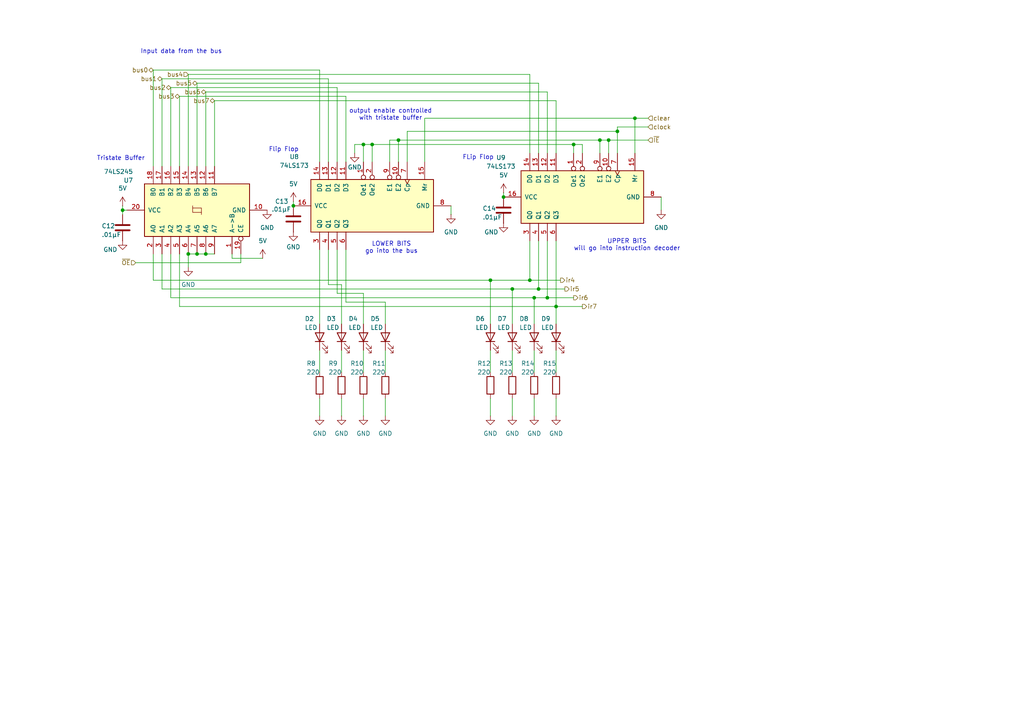
<source format=kicad_sch>
(kicad_sch (version 20231120) (generator "eeschema") (generator_version "8.0")
  (paper "A4")
  (lib_symbols
    (symbol "74xx:74LS173" (pin_names (offset 1.016))
      (property "Reference" "U" (at -7.62 19.05 0))
      (property "Value" "74LS173" (at -7.62 -19.05 0))
      (symbol "74LS173_1_0"
        (pin input inverted (at -12.7 2.54 0) (length 5.08) (name "Oe1") (number "1"))
        (pin input inverted (at -12.7 -7.62 0) (length 5.08) (name "E2") (number "10"))
        (pin input line (at -12.7 7.62 0) (length 5.08) (name "D3") (number "11"))
        (pin input line (at -12.7 10.16 0) (length 5.08) (name "D2") (number "12"))
        (pin input line (at -12.7 12.7 0) (length 5.08) (name "D1") (number "13"))
        (pin input line (at -12.7 15.24 0) (length 5.08) (name "D0") (number "14"))
        (pin input line (at -12.7 -15.24 0) (length 5.08) (name "Mr") (number "15"))
        (pin power_in line (at 0 22.86 270) (length 5.08) (name "VCC") (number "16"))
        (pin input inverted (at -12.7 0 0) (length 5.08) (name "Oe2") (number "2"))
        (pin tri_state line (at 12.7 15.24 180) (length 5.08) (name "Q0") (number "3"))
        (pin tri_state line (at 12.7 12.7 180) (length 5.08) (name "Q1") (number "4"))
        (pin tri_state line (at 12.7 10.16 180) (length 5.08) (name "Q2") (number "5"))
        (pin tri_state line (at 12.7 7.62 180) (length 5.08) (name "Q3") (number "6"))
        (pin input clock (at -12.7 -10.16 0) (length 5.08) (name "Cp") (number "7"))
        (pin power_in line (at 0 -22.86 90) (length 5.08) (name "GND") (number "8"))
        (pin input inverted (at -12.7 -5.08 0) (length 5.08) (name "E1") (number "9"))
      )
      (symbol "74LS173_1_1"
        (rectangle (start -7.62 17.78) (end 7.62 -17.78) (stroke (width 0.254)) (fill (type background)))
      )
    )
    (symbol "74xx:74LS245" (pin_names (offset 1.016))
      (property "Reference" "U" (at -7.62 16.51 0))
      (property "Value" "74LS245" (at -7.62 -16.51 0))
      (symbol "74LS245_1_0"
        (polyline (pts (xy -0.635 -1.27) (xy -0.635 1.27) (xy 0.635 1.27)))
        (polyline (pts (xy -1.27 -1.27) (xy 0.635 -1.27) (xy 0.635 1.27) (xy 1.27 1.27)))
        (pin input line (at -12.7 -10.16 0) (length 5.08) (name "A->B") (number "1"))
        (pin power_in line (at 0 -20.32 90) (length 5.08) (name "GND") (number "10"))
        (pin tri_state line (at 12.7 -5.08 180) (length 5.08) (name "B7") (number "11"))
        (pin tri_state line (at 12.7 -2.54 180) (length 5.08) (name "B6") (number "12"))
        (pin tri_state line (at 12.7 0 180) (length 5.08) (name "B5") (number "13"))
        (pin tri_state line (at 12.7 2.54 180) (length 5.08) (name "B4") (number "14"))
        (pin tri_state line (at 12.7 5.08 180) (length 5.08) (name "B3") (number "15"))
        (pin tri_state line (at 12.7 7.62 180) (length 5.08) (name "B2") (number "16"))
        (pin tri_state line (at 12.7 10.16 180) (length 5.08) (name "B1") (number "17"))
        (pin tri_state line (at 12.7 12.7 180) (length 5.08) (name "B0") (number "18"))
        (pin input inverted (at -12.7 -12.7 0) (length 5.08) (name "CE") (number "19"))
        (pin tri_state line (at -12.7 12.7 0) (length 5.08) (name "A0") (number "2"))
        (pin power_in line (at 0 20.32 270) (length 5.08) (name "VCC") (number "20"))
        (pin tri_state line (at -12.7 10.16 0) (length 5.08) (name "A1") (number "3"))
        (pin tri_state line (at -12.7 7.62 0) (length 5.08) (name "A2") (number "4"))
        (pin tri_state line (at -12.7 5.08 0) (length 5.08) (name "A3") (number "5"))
        (pin tri_state line (at -12.7 2.54 0) (length 5.08) (name "A4") (number "6"))
        (pin tri_state line (at -12.7 0 0) (length 5.08) (name "A5") (number "7"))
        (pin tri_state line (at -12.7 -2.54 0) (length 5.08) (name "A6") (number "8"))
        (pin tri_state line (at -12.7 -5.08 0) (length 5.08) (name "A7") (number "9"))
      )
      (symbol "74LS245_1_1"
        (rectangle (start -7.62 15.24) (end 7.62 -15.24) (stroke (width 0.254)) (fill (type background)))
      )
    )
    (symbol "Device:C" (pin_numbers hide) (pin_names (offset 0.254))
      (property "Reference" "C" (at 0.635 2.54 0))
      (property "Value" "C" (at 0.635 -2.54 0))
      (symbol "C_0_1"
        (polyline (pts (xy -2.032 -0.762) (xy 2.032 -0.762)) (stroke (width 0.508)))
        (polyline (pts (xy -2.032 0.762) (xy 2.032 0.762)) (stroke (width 0.508)))
      )
      (symbol "C_1_1"
        (pin passive line (at 0 3.81 270) (length 2.794) (name "~") (number "1"))
        (pin passive line (at 0 -3.81 90) (length 2.794) (name "~") (number "2"))
      )
    )
    (symbol "Device:LED" (pin_numbers hide) (pin_names (offset 1.016) hide)
      (property "Reference" "D" (at 0 2.54 0))
      (property "Value" "LED" (at 0 -2.54 0))
      (symbol "LED_0_1"
        (polyline (pts (xy -1.27 -1.27) (xy -1.27 1.27)) (stroke (width 0.254)))
        (polyline (pts (xy -1.27 0) (xy 1.27 0)))
        (polyline (pts (xy 1.27 -1.27) (xy 1.27 1.27) (xy -1.27 0) (xy 1.27 -1.27)) (stroke (width 0.254)))
        (polyline (pts (xy -3.048 -0.762) (xy -4.572 -2.286) (xy -3.81 -2.286) (xy -4.572 -2.286) (xy -4.572 -1.524)))
        (polyline (pts (xy -1.778 -0.762) (xy -3.302 -2.286) (xy -2.54 -2.286) (xy -3.302 -2.286) (xy -3.302 -1.524)))
      )
      (symbol "LED_1_1"
        (pin passive line (at -3.81 0 0) (length 2.54) (name "K") (number "1"))
        (pin passive line (at 3.81 0 180) (length 2.54) (name "A") (number "2"))
      )
    )
    (symbol "Device:R" (pin_numbers hide) (pin_names (offset 0))
      (property "Reference" "R" (at 2.032 0 90))
      (property "Value" "R" (at 0 0 90))
      (symbol "R_0_1"
        (rectangle (start -1.016 -2.54) (end 1.016 2.54) (stroke (width 0.254)))
      )
      (symbol "R_1_1"
        (pin passive line (at 0 3.81 270) (length 1.27) (name "~") (number "1"))
        (pin passive line (at 0 -3.81 90) (length 1.27) (name "~") (number "2"))
      )
    )
    (symbol "power:GND" (power) (pin_numbers hide) (pin_names (offset 0) hide)
      (property "Value" "GND" (at 0 -3.81 0))
      (symbol "GND_0_1"
        (polyline (pts (xy 0 0) (xy 0 -1.27) (xy 1.27 -1.27) (xy 0 -2.54) (xy -1.27 -1.27) (xy 0 -1.27)))
      )
      (symbol "GND_1_1"
        (pin power_in line (at 0 0 270) (length 0) (name "~") (number "1"))
      )
    )
    (symbol "power:VCC" (power) (pin_numbers hide) (pin_names (offset 0) hide)
      (property "Value" "VCC" (at 0 3.556 0))
      (symbol "VCC_0_1"
        (polyline (pts (xy -0.762 1.27) (xy 0 2.54)))
        (polyline (pts (xy 0 0) (xy 0 2.54)))
        (polyline (pts (xy 0 2.54) (xy 0.762 1.27)))
      )
      (symbol "VCC_1_1"
        (pin power_in line (at 0 0 90) (length 0) (name "~") (number "1"))
      )
    )
  )
  (junction (at 166.37 41.91))
  (junction (at 105.41 41.91))
  (junction (at 156.21 83.82))
  (junction (at 184.15 34.29))
  (junction (at 158.75 86.36))
  (junction (at 161.29 88.9))
  (junction (at 148.59 83.82))
  (junction (at 115.57 40.64))
  (junction (at 179.07 38.1))
  (junction (at 54.61 73.66))
  (junction (at 107.95 41.91))
  (junction (at 154.94 86.36))
  (junction (at 146.05 57.15))
  (junction (at 142.24 81.28))
  (junction (at 176.53 40.64))
  (junction (at 85.09 59.69))
  (junction (at 57.15 73.66))
  (junction (at 59.69 73.66))
  (junction (at 35.56 60.96))
  (junction (at 173.99 40.64))
  (junction (at 153.67 81.28))
  (wire (pts (xy 123.19 34.29) (xy 184.15 34.29)))
  (wire (pts (xy 111.76 115.57) (xy 111.76 120.65)))
  (wire (pts (xy 54.61 21.59) (xy 54.61 48.26)))
  (wire (pts (xy 49.53 25.4) (xy 49.53 48.26)))
  (wire (pts (xy 100.33 27.94) (xy 100.33 46.99)))
  (wire (pts (xy 39.37 76.2) (xy 69.85 76.2)))
  (wire (pts (xy 113.03 46.99) (xy 113.03 40.64)))
  (wire (pts (xy 156.21 69.85) (xy 156.21 83.82)))
  (wire (pts (xy 158.75 26.67) (xy 158.75 44.45)))
  (wire (pts (xy 44.45 20.32) (xy 44.45 48.26)))
  (wire (pts (xy 173.99 40.64) (xy 176.53 40.64)))
  (wire (pts (xy 97.79 25.4) (xy 97.79 46.99)))
  (wire (pts (xy 102.87 41.91) (xy 102.87 44.45)))
  (wire (pts (xy 52.07 27.94) (xy 52.07 48.26)))
  (wire (pts (xy 67.31 74.93) (xy 67.31 73.66)))
  (wire (pts (xy 161.29 101.6) (xy 161.29 107.95)))
  (wire (pts (xy 95.25 22.86) (xy 95.25 46.99)))
  (wire (pts (xy 35.56 62.23) (xy 35.56 60.96)))
  (wire (pts (xy 92.71 20.32) (xy 92.71 46.99)))
  (wire (pts (xy 184.15 34.29) (xy 184.15 44.45)))
  (wire (pts (xy 161.29 29.21) (xy 161.29 44.45)))
  (wire (pts (xy 158.75 86.36) (xy 154.94 86.36)))
  (wire (pts (xy 49.53 25.4) (xy 97.79 25.4)))
  (wire (pts (xy 59.69 73.66) (xy 62.23 73.66)))
  (wire (pts (xy 100.33 87.63) (xy 111.76 87.63)))
  (wire (pts (xy 99.06 115.57) (xy 99.06 120.65)))
  (wire (pts (xy 85.09 58.42) (xy 85.09 59.69)))
  (wire (pts (xy 92.71 72.39) (xy 92.71 93.98)))
  (wire (pts (xy 184.15 34.29) (xy 187.96 34.29)))
  (wire (pts (xy 154.94 86.36) (xy 154.94 93.98)))
  (wire (pts (xy 158.75 86.36) (xy 166.37 86.36)))
  (wire (pts (xy 97.79 85.09) (xy 105.41 85.09)))
  (wire (pts (xy 105.41 85.09) (xy 105.41 93.98)))
  (wire (pts (xy 156.21 83.82) (xy 163.83 83.82)))
  (wire (pts (xy 154.94 86.36) (xy 49.53 86.36)))
  (wire (pts (xy 49.53 73.66) (xy 49.53 86.36)))
  (wire (pts (xy 148.59 101.6) (xy 148.59 107.95)))
  (wire (pts (xy 148.59 115.57) (xy 148.59 120.65)))
  (wire (pts (xy 105.41 41.91) (xy 107.95 41.91)))
  (wire (pts (xy 156.21 24.13) (xy 156.21 44.45)))
  (wire (pts (xy 107.95 41.91) (xy 107.95 46.99)))
  (wire (pts (xy 46.99 22.86) (xy 46.99 48.26)))
  (wire (pts (xy 153.67 81.28) (xy 142.24 81.28)))
  (wire (pts (xy 158.75 69.85) (xy 158.75 86.36)))
  (wire (pts (xy 57.15 24.13) (xy 156.21 24.13)))
  (wire (pts (xy 168.91 88.9) (xy 161.29 88.9)))
  (wire (pts (xy 107.95 41.91) (xy 166.37 41.91)))
  (wire (pts (xy 69.85 73.66) (xy 69.85 76.2)))
  (wire (pts (xy 92.71 101.6) (xy 92.71 107.95)))
  (wire (pts (xy 123.19 46.99) (xy 123.19 34.29)))
  (wire (pts (xy 52.07 27.94) (xy 100.33 27.94)))
  (wire (pts (xy 179.07 36.83) (xy 179.07 38.1)))
  (wire (pts (xy 179.07 38.1) (xy 179.07 44.45)))
  (wire (pts (xy 57.15 73.66) (xy 59.69 73.66)))
  (wire (pts (xy 161.29 69.85) (xy 161.29 88.9)))
  (wire (pts (xy 115.57 46.99) (xy 115.57 40.64)))
  (wire (pts (xy 35.56 60.96) (xy 36.83 60.96)))
  (wire (pts (xy 142.24 115.57) (xy 142.24 120.65)))
  (wire (pts (xy 153.67 69.85) (xy 153.67 81.28)))
  (wire (pts (xy 148.59 83.82) (xy 156.21 83.82)))
  (wire (pts (xy 148.59 83.82) (xy 148.59 93.98)))
  (wire (pts (xy 118.11 38.1) (xy 179.07 38.1)))
  (wire (pts (xy 46.99 73.66) (xy 46.99 83.82)))
  (wire (pts (xy 46.99 22.86) (xy 95.25 22.86)))
  (wire (pts (xy 111.76 87.63) (xy 111.76 93.98)))
  (wire (pts (xy 54.61 73.66) (xy 57.15 73.66)))
  (wire (pts (xy 99.06 82.55) (xy 99.06 93.98)))
  (wire (pts (xy 161.29 88.9) (xy 161.29 93.98)))
  (wire (pts (xy 179.07 36.83) (xy 187.96 36.83)))
  (wire (pts (xy 161.29 115.57) (xy 161.29 120.65)))
  (wire (pts (xy 115.57 40.64) (xy 173.99 40.64)))
  (wire (pts (xy 118.11 46.99) (xy 118.11 38.1)))
  (wire (pts (xy 59.69 26.67) (xy 59.69 48.26)))
  (wire (pts (xy 168.91 41.91) (xy 168.91 44.45)))
  (wire (pts (xy 52.07 88.9) (xy 161.29 88.9)))
  (wire (pts (xy 142.24 81.28) (xy 142.24 93.98)))
  (wire (pts (xy 105.41 41.91) (xy 105.41 46.99)))
  (wire (pts (xy 142.24 101.6) (xy 142.24 107.95)))
  (wire (pts (xy 105.41 115.57) (xy 105.41 120.65)))
  (wire (pts (xy 99.06 101.6) (xy 99.06 107.95)))
  (wire (pts (xy 46.99 83.82) (xy 148.59 83.82)))
  (wire (pts (xy 76.2 74.93) (xy 67.31 74.93)))
  (wire (pts (xy 111.76 101.6) (xy 111.76 107.95)))
  (wire (pts (xy 54.61 21.59) (xy 153.67 21.59)))
  (wire (pts (xy 166.37 41.91) (xy 168.91 41.91)))
  (wire (pts (xy 153.67 81.28) (xy 162.56 81.28)))
  (wire (pts (xy 95.25 72.39) (xy 95.25 82.55)))
  (wire (pts (xy 154.94 115.57) (xy 154.94 120.65)))
  (wire (pts (xy 166.37 41.91) (xy 166.37 44.45)))
  (wire (pts (xy 102.87 41.91) (xy 105.41 41.91)))
  (wire (pts (xy 100.33 72.39) (xy 100.33 87.63)))
  (wire (pts (xy 54.61 73.66) (xy 54.61 77.47)))
  (wire (pts (xy 44.45 20.32) (xy 92.71 20.32)))
  (wire (pts (xy 62.23 29.21) (xy 62.23 48.26)))
  (wire (pts (xy 62.23 29.21) (xy 161.29 29.21)))
  (wire (pts (xy 52.07 73.66) (xy 52.07 88.9)))
  (wire (pts (xy 173.99 40.64) (xy 173.99 44.45)))
  (wire (pts (xy 92.71 115.57) (xy 92.71 120.65)))
  (wire (pts (xy 176.53 40.64) (xy 176.53 44.45)))
  (wire (pts (xy 113.03 40.64) (xy 115.57 40.64)))
  (wire (pts (xy 153.67 21.59) (xy 153.67 44.45)))
  (wire (pts (xy 191.77 60.96) (xy 191.77 57.15)))
  (wire (pts (xy 59.69 26.67) (xy 158.75 26.67)))
  (wire (pts (xy 105.41 101.6) (xy 105.41 107.95)))
  (wire (pts (xy 57.15 24.13) (xy 57.15 48.26)))
  (wire (pts (xy 97.79 72.39) (xy 97.79 85.09)))
  (wire (pts (xy 44.45 73.66) (xy 44.45 81.28)))
  (wire (pts (xy 130.81 59.69) (xy 130.81 62.23)))
  (wire (pts (xy 146.05 55.88) (xy 146.05 57.15)))
  (wire (pts (xy 176.53 40.64) (xy 187.96 40.64)))
  (wire (pts (xy 35.56 59.69) (xy 35.56 60.96)))
  (wire (pts (xy 99.06 82.55) (xy 95.25 82.55)))
  (wire (pts (xy 154.94 101.6) (xy 154.94 107.95)))
  (wire (pts (xy 142.24 81.28) (xy 44.45 81.28)))
  (text "UPPER BITS\nwill go into instruction decoder" (at 181.864 71.12 0) (effects (font (size 1.27 1.27))))
  (text "Flip Flop" (at 82.296 43.434 0) (effects (font (size 1.27 1.27))))
  (text "FLip Flop" (at 138.684 45.72 0) (effects (font (size 1.27 1.27))))
  (text "output enable controlled\nwith tristate buffer" (at 113.284 33.274 0) (effects (font (size 1.27 1.27))))
  (text "LOWER BITS\ngo into the bus" (at 113.538 71.882 0) (effects (font (size 1.27 1.27))))
  (text "Input data from the bus" (at 52.578 14.986 0) (effects (font (size 1.27 1.27))))
  (text "Tristate Buffer" (at 35.052 45.974 0) (effects (font (size 1.27 1.27))))
  (hierarchical_label "~{IE}" (shape input) (at 187.96 40.64 0))
  (hierarchical_label "ir6" (shape output) (at 166.37 86.36 0))
  (hierarchical_label "bus3" (shape bidirectional) (at 52.07 27.94 180))
  (hierarchical_label "bus0" (shape bidirectional) (at 44.45 20.32 180))
  (hierarchical_label "ir7" (shape output) (at 168.91 88.9 0))
  (hierarchical_label "bus7" (shape bidirectional) (at 62.23 29.21 180))
  (hierarchical_label "clock" (shape input) (at 187.96 36.83 0))
  (hierarchical_label "bus1" (shape bidirectional) (at 46.99 22.86 180))
  (hierarchical_label "~{OE}" (shape input) (at 39.37 76.2 180))
  (hierarchical_label "bus4" (shape input) (at 54.61 21.59 180))
  (hierarchical_label "bus5" (shape bidirectional) (at 57.15 24.13 180))
  (hierarchical_label "bus6" (shape bidirectional) (at 59.69 26.67 180))
  (hierarchical_label "ir5" (shape output) (at 163.83 83.82 0))
  (hierarchical_label "ir4" (shape output) (at 162.56 81.28 0))
  (hierarchical_label "bus2" (shape bidirectional) (at 49.53 25.4 180))
  (hierarchical_label "clear" (shape input) (at 187.96 34.29 0))
  (symbol (lib_id "power:GND") (at 105.41 120.65 0) (unit 1) (exclude_from_sim yes)
    (property "Reference" "#PWR0107" (effects (hide yes)))
    (property "Value" "GND" (at 105.41 125.73 0))
    (property "Description" "Power symbol creates a global label with name \"GND\" , ground" (effects (hide yes)))
  )
  (symbol (lib_id "74xx:74LS245") (at 57.15 60.96 90) (unit 1)
    (property "Reference" "U7" (at 38.608 52.324 90) (effects (justify left)))
    (property "Value" "74LS245" (at 38.608 49.784 90) (effects (justify left)))
    (property "Footprint" "Package_DIP:DIP-20_W7.62mm" (effects (hide yes)))
    (property "Datasheet" "http://www.ti.com/lit/gpn/sn74LS245" (effects (hide yes)))
    (property "Description" "Octal BUS Transceivers, 3-State outputs" (effects (hide yes)))
  )
  (symbol (lib_id "Device:LED") (at 148.59 97.79 90) (unit 1)
    (property "Reference" "D7" (at 144.272 92.456 90) (effects (justify right)))
    (property "Value" "LED" (at 144.272 94.996 90) (effects (justify right)))
    (property "Footprint" "LED_THT:LED_D5.0mm" (effects (hide yes)))
    (property "Description" "Light emitting diode" (effects (hide yes)))
  )
  (symbol (lib_id "Device:LED") (at 99.06 97.79 90) (unit 1)
    (property "Reference" "D3" (at 94.742 92.456 90) (effects (justify right)))
    (property "Value" "LED" (at 94.742 94.996 90) (effects (justify right)))
    (property "Footprint" "LED_THT:LED_D5.0mm" (effects (hide yes)))
    (property "Description" "Light emitting diode" (effects (hide yes)))
  )
  (symbol (lib_id "power:VCC") (at 35.56 59.69 0) (unit 1) (exclude_from_sim yes)
    (property "Reference" "#PWR0112" (effects (hide yes)))
    (property "Value" "5V" (at 35.56 54.61 0))
    (property "Description" "Power symbol creates a global label with name \"VCC\"" (effects (hide yes)))
  )
  (symbol (lib_id "Device:LED") (at 142.24 97.79 90) (unit 1)
    (property "Reference" "D6" (at 137.922 92.456 90) (effects (justify right)))
    (property "Value" "LED" (at 137.922 94.996 90) (effects (justify right)))
    (property "Footprint" "LED_THT:LED_D5.0mm" (effects (hide yes)))
    (property "Description" "Light emitting diode" (effects (hide yes)))
  )
  (symbol (lib_id "Device:LED") (at 105.41 97.79 90) (unit 1)
    (property "Reference" "D4" (at 101.092 92.456 90) (effects (justify right)))
    (property "Value" "LED" (at 101.092 94.996 90) (effects (justify right)))
    (property "Footprint" "LED_THT:LED_D5.0mm" (effects (hide yes)))
    (property "Description" "Light emitting diode" (effects (hide yes)))
  )
  (symbol (lib_id "power:GND") (at 161.29 120.65 0) (unit 1) (exclude_from_sim yes)
    (property "Reference" "#PWR0103" (effects (hide yes)))
    (property "Value" "GND" (at 161.29 125.73 0))
    (property "Description" "Power symbol creates a global label with name \"GND\" , ground" (effects (hide yes)))
  )
  (symbol (lib_id "power:GND") (at 142.24 120.65 0) (unit 1) (exclude_from_sim yes)
    (property "Reference" "#PWR0101" (effects (hide yes)))
    (property "Value" "GND" (at 142.24 125.73 0))
    (property "Description" "Power symbol creates a global label with name \"GND\" , ground" (effects (hide yes)))
  )
  (symbol (lib_id "Device:R") (at 148.59 111.76 0) (unit 1)
    (property "Reference" "R13" (at 144.78 105.41 0) (effects (justify left)))
    (property "Value" "220" (at 144.78 107.95 0) (effects (justify left)))
    (property "Footprint" "Resistor_THT:R_Axial_DIN0207_L6.3mm_D2.5mm_P5.08mm_Vertical" (effects (hide yes)))
    (property "Description" "Resistor" (effects (hide yes)))
  )
  (symbol (lib_id "Device:R") (at 111.76 111.76 0) (unit 1)
    (property "Reference" "R11" (at 107.95 105.41 0) (effects (justify left)))
    (property "Value" "220" (at 107.95 107.95 0) (effects (justify left)))
    (property "Footprint" "Resistor_THT:R_Axial_DIN0207_L6.3mm_D2.5mm_P5.08mm_Vertical" (effects (hide yes)))
    (property "Description" "Resistor" (effects (hide yes)))
  )
  (symbol (lib_id "power:VCC") (at 76.2 74.93 0) (unit 1) (exclude_from_sim yes)
    (property "Reference" "#PWR0111" (effects (hide yes)))
    (property "Value" "5V" (at 76.2 69.85 0))
    (property "Description" "Power symbol creates a global label with name \"VCC\"" (effects (hide yes)))
  )
  (symbol (lib_id "Device:R") (at 161.29 111.76 0) (unit 1)
    (property "Reference" "R15" (at 157.48 105.41 0) (effects (justify left)))
    (property "Value" "220" (at 157.48 107.95 0) (effects (justify left)))
    (property "Footprint" "Resistor_THT:R_Axial_DIN0207_L6.3mm_D2.5mm_P5.08mm_Vertical" (effects (hide yes)))
    (property "Description" "Resistor" (effects (hide yes)))
  )
  (symbol (lib_id "Device:C") (at 35.56 66.04 180) (unit 1)
    (property "Reference" "C12" (at 29.464 65.532 0) (effects (justify right)))
    (property "Value" ".01µF" (at 29.464 68.072 0) (effects (justify right)))
    (property "Footprint" "Capacitor_THT:C_Disc_D5.0mm_W2.5mm_P2.50mm" (effects (hide yes)))
    (property "Description" "Unpolarized capacitor" (effects (hide yes)))
  )
  (symbol (lib_id "power:GND") (at 35.56 69.85 0) (unit 1) (exclude_from_sim yes)
    (property "Reference" "#PWR0113" (effects (hide yes)))
    (property "Value" "GND" (at 32.004 72.39 0))
    (property "Description" "Power symbol creates a global label with name \"GND\" , ground" (effects (hide yes)))
  )
  (symbol (lib_id "power:GND") (at 148.59 120.65 0) (unit 1) (exclude_from_sim yes)
    (property "Reference" "#PWR0102" (effects (hide yes)))
    (property "Value" "GND" (at 148.59 125.73 0))
    (property "Description" "Power symbol creates a global label with name \"GND\" , ground" (effects (hide yes)))
  )
  (symbol (lib_id "Device:R") (at 105.41 111.76 0) (unit 1)
    (property "Reference" "R10" (at 101.6 105.41 0) (effects (justify left)))
    (property "Value" "220" (at 101.6 107.95 0) (effects (justify left)))
    (property "Footprint" "Resistor_THT:R_Axial_DIN0207_L6.3mm_D2.5mm_P5.08mm_Vertical" (effects (hide yes)))
    (property "Description" "Resistor" (effects (hide yes)))
  )
  (symbol (lib_id "Device:C") (at 85.09 63.5 180) (unit 1)
    (property "Reference" "C13" (at 79.756 58.42 0) (effects (justify right)))
    (property "Value" ".01µF" (at 78.74 60.706 0) (effects (justify right)))
    (property "Footprint" "Capacitor_THT:C_Disc_D5.0mm_W2.5mm_P2.50mm" (effects (hide yes)))
    (property "Description" "Unpolarized capacitor" (effects (hide yes)))
  )
  (symbol (lib_id "Device:LED") (at 154.94 97.79 90) (unit 1)
    (property "Reference" "D8" (at 150.622 92.456 90) (effects (justify right)))
    (property "Value" "LED" (at 150.622 94.996 90) (effects (justify right)))
    (property "Footprint" "LED_THT:LED_D5.0mm" (effects (hide yes)))
    (property "Description" "Light emitting diode" (effects (hide yes)))
  )
  (symbol (lib_id "74xx:74LS173") (at 168.91 57.15 90) (mirror x) (unit 1)
    (property "Reference" "U9" (at 145.288 45.72 90))
    (property "Value" "74LS173" (at 145.288 48.26 90))
    (property "Footprint" "Package_DIP:DIP-16_W7.62mm" (effects (hide yes)))
    (property "Datasheet" "http://www.ti.com/lit/gpn/sn74LS173" (effects (hide yes)))
    (property "Description" "4-bit D-type Register, 3 state out" (effects (hide yes)))
  )
  (symbol (lib_id "Device:C") (at 146.05 60.96 180) (unit 1)
    (property "Reference" "C14" (at 139.954 60.452 0) (effects (justify right)))
    (property "Value" ".01µF" (at 139.954 62.992 0) (effects (justify right)))
    (property "Footprint" "Capacitor_THT:C_Disc_D5.0mm_W2.5mm_P2.50mm" (effects (hide yes)))
    (property "Description" "Unpolarized capacitor" (effects (hide yes)))
  )
  (symbol (lib_id "Device:LED") (at 111.76 97.79 90) (unit 1)
    (property "Reference" "D5" (at 107.442 92.456 90) (effects (justify right)))
    (property "Value" "LED" (at 107.442 94.996 90) (effects (justify right)))
    (property "Footprint" "LED_THT:LED_D5.0mm" (effects (hide yes)))
    (property "Description" "Light emitting diode" (effects (hide yes)))
  )
  (symbol (lib_id "power:VCC") (at 85.09 58.42 0) (unit 1) (exclude_from_sim yes)
    (property "Reference" "#PWR0119" (effects (hide yes)))
    (property "Value" "5V" (at 85.09 53.34 0))
    (property "Description" "Power symbol creates a global label with name \"VCC\"" (effects (hide yes)))
  )
  (symbol (lib_id "Device:R") (at 92.71 111.76 0) (unit 1)
    (property "Reference" "R8" (at 88.9 105.41 0) (effects (justify left)))
    (property "Value" "220" (at 88.9 107.95 0) (effects (justify left)))
    (property "Footprint" "Resistor_THT:R_Axial_DIN0207_L6.3mm_D2.5mm_P5.08mm_Vertical" (effects (hide yes)))
    (property "Description" "Resistor" (effects (hide yes)))
  )
  (symbol (lib_id "power:GND") (at 130.81 62.23 0) (unit 1) (exclude_from_sim yes)
    (property "Reference" "#PWR0117" (effects (hide yes)))
    (property "Value" "GND" (at 130.81 67.31 0))
    (property "Description" "Power symbol creates a global label with name \"GND\" , ground" (effects (hide yes)))
  )
  (symbol (lib_id "Device:LED") (at 92.71 97.79 90) (unit 1)
    (property "Reference" "D2" (at 88.392 92.456 90) (effects (justify right)))
    (property "Value" "LED" (at 88.392 94.996 90) (effects (justify right)))
    (property "Footprint" "LED_THT:LED_D5.0mm" (effects (hide yes)))
    (property "Description" "Light emitting diode" (effects (hide yes)))
  )
  (symbol (lib_id "74xx:74LS173") (at 107.95 59.69 90) (mirror x) (unit 1)
    (property "Reference" "U8" (at 85.344 45.466 90))
    (property "Value" "74LS173" (at 85.344 48.006 90))
    (property "Footprint" "Package_DIP:DIP-16_W7.62mm" (effects (hide yes)))
    (property "Datasheet" "http://www.ti.com/lit/gpn/sn74LS173" (effects (hide yes)))
    (property "Description" "4-bit D-type Register, 3 state out" (effects (hide yes)))
  )
  (symbol (lib_id "power:GND") (at 85.09 67.31 0) (unit 1) (exclude_from_sim yes)
    (property "Reference" "#PWR0115" (effects (hide yes)))
    (property "Value" "GND" (at 85.09 71.628 0))
    (property "Description" "Power symbol creates a global label with name \"GND\" , ground" (effects (hide yes)))
  )
  (symbol (lib_id "Device:R") (at 154.94 111.76 0) (unit 1)
    (property "Reference" "R14" (at 151.13 105.41 0) (effects (justify left)))
    (property "Value" "220" (at 151.13 107.95 0) (effects (justify left)))
    (property "Footprint" "Resistor_THT:R_Axial_DIN0207_L6.3mm_D2.5mm_P5.08mm_Vertical" (effects (hide yes)))
    (property "Description" "Resistor" (effects (hide yes)))
  )
  (symbol (lib_id "power:GND") (at 99.06 120.65 0) (unit 1) (exclude_from_sim yes)
    (property "Reference" "#PWR0106" (effects (hide yes)))
    (property "Value" "GND" (at 99.06 125.73 0))
    (property "Description" "Power symbol creates a global label with name \"GND\" , ground" (effects (hide yes)))
  )
  (symbol (lib_id "Device:LED") (at 161.29 97.79 90) (unit 1)
    (property "Reference" "D9" (at 156.972 92.456 90) (effects (justify right)))
    (property "Value" "LED" (at 156.972 94.996 90) (effects (justify right)))
    (property "Footprint" "LED_THT:LED_D5.0mm" (effects (hide yes)))
    (property "Description" "Light emitting diode" (effects (hide yes)))
  )
  (symbol (lib_id "Device:R") (at 99.06 111.76 0) (unit 1)
    (property "Reference" "R9" (at 95.25 105.41 0) (effects (justify left)))
    (property "Value" "220" (at 95.25 107.95 0) (effects (justify left)))
    (property "Footprint" "Resistor_THT:R_Axial_DIN0207_L6.3mm_D2.5mm_P5.08mm_Vertical" (effects (hide yes)))
    (property "Description" "Resistor" (effects (hide yes)))
  )
  (symbol (lib_id "power:GND") (at 102.87 44.45 0) (unit 1)
    (property "Reference" "#PWR0118" (effects (hide yes)))
    (property "Value" "GND" (at 102.87 48.514 0))
    (property "Description" "Power symbol creates a global label with name \"GND\" , ground" (effects (hide yes)))
  )
  (symbol (lib_id "power:GND") (at 146.05 64.77 0) (unit 1) (exclude_from_sim yes)
    (property "Reference" "#PWR0114" (effects (hide yes)))
    (property "Value" "GND" (at 142.494 67.31 0))
    (property "Description" "Power symbol creates a global label with name \"GND\" , ground" (effects (hide yes)))
  )
  (symbol (lib_id "power:VCC") (at 146.05 55.88 0) (unit 1) (exclude_from_sim yes)
    (property "Reference" "#PWR0109" (effects (hide yes)))
    (property "Value" "5V" (at 146.05 50.8 0))
    (property "Description" "Power symbol creates a global label with name \"VCC\"" (effects (hide yes)))
  )
  (symbol (lib_id "power:GND") (at 154.94 120.65 0) (unit 1) (exclude_from_sim yes)
    (property "Reference" "#PWR0104" (effects (hide yes)))
    (property "Value" "GND" (at 154.94 125.73 0))
    (property "Description" "Power symbol creates a global label with name \"GND\" , ground" (effects (hide yes)))
  )
  (symbol (lib_id "power:GND") (at 54.61 77.47 0) (unit 1)
    (property "Reference" "#PWR036" (effects (hide yes)))
    (property "Value" "GND" (at 54.61 82.55 0))
    (property "Description" "Power symbol creates a global label with name \"GND\" , ground" (effects (hide yes)))
  )
  (symbol (lib_id "power:GND") (at 77.47 60.96 0) (unit 1) (exclude_from_sim yes)
    (property "Reference" "#PWR0116" (effects (hide yes)))
    (property "Value" "GND" (at 77.47 66.04 0))
    (property "Description" "Power symbol creates a global label with name \"GND\" , ground" (effects (hide yes)))
  )
  (symbol (lib_id "power:GND") (at 111.76 120.65 0) (unit 1) (exclude_from_sim yes)
    (property "Reference" "#PWR0108" (effects (hide yes)))
    (property "Value" "GND" (at 111.76 125.73 0))
    (property "Description" "Power symbol creates a global label with name \"GND\" , ground" (effects (hide yes)))
  )
  (symbol (lib_id "power:GND") (at 92.71 120.65 0) (unit 1) (exclude_from_sim yes)
    (property "Reference" "#PWR0105" (effects (hide yes)))
    (property "Value" "GND" (at 92.71 125.73 0))
    (property "Description" "Power symbol creates a global label with name \"GND\" , ground" (effects (hide yes)))
  )
  (symbol (lib_id "Device:R") (at 142.24 111.76 0) (unit 1)
    (property "Reference" "R12" (at 138.43 105.41 0) (effects (justify left)))
    (property "Value" "220" (at 138.43 107.95 0) (effects (justify left)))
    (property "Footprint" "Resistor_THT:R_Axial_DIN0207_L6.3mm_D2.5mm_P5.08mm_Vertical" (effects (hide yes)))
    (property "Description" "Resistor" (effects (hide yes)))
  )
  (symbol (lib_id "power:GND") (at 191.77 60.96 0) (unit 1) (exclude_from_sim yes)
    (property "Reference" "#PWR0110" (effects (hide yes)))
    (property "Value" "GND" (at 191.77 66.04 0))
    (property "Description" "Power symbol creates a global label with name \"GND\" , ground" (effects (hide yes)))
  )
)
</source>
